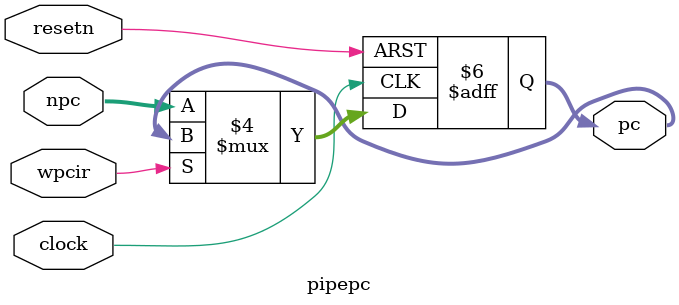
<source format=v>
module pipepc ( npc,wpcir,clock,resetn,pc );
	input[31:0] npc;
	input wpcir, clock, resetn;
	output[31:0] pc;
	reg[31:0] pc;
	always @ (negedge resetn or posedge clock)
      if (resetn == 0) 
      	begin
          // q <=0;
          pc <= -4;
      	end 
      else if(!wpcir)
      	begin
          pc <= npc;
      	end
endmodule
</source>
